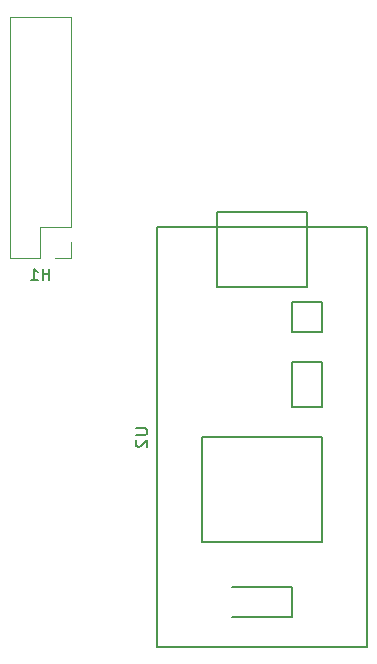
<source format=gbr>
G04 #@! TF.GenerationSoftware,KiCad,Pcbnew,(5.0.1)-3*
G04 #@! TF.CreationDate,2019-04-01T17:27:39+01:00*
G04 #@! TF.ProjectId,Fractional Clock divider PCB1 bottom board,4672616374696F6E616C20436C6F636B,rev?*
G04 #@! TF.SameCoordinates,Original*
G04 #@! TF.FileFunction,Legend,Bot*
G04 #@! TF.FilePolarity,Positive*
%FSLAX46Y46*%
G04 Gerber Fmt 4.6, Leading zero omitted, Abs format (unit mm)*
G04 Created by KiCad (PCBNEW (5.0.1)-3) date 01/04/2019 17:27:39*
%MOMM*%
%LPD*%
G01*
G04 APERTURE LIST*
%ADD10C,0.120000*%
%ADD11C,0.150000*%
G04 APERTURE END LIST*
D10*
G04 #@! TO.C,H1*
X62630000Y-36330000D02*
X65230000Y-36330000D01*
X62630000Y-36330000D02*
X62630000Y-15890000D01*
X62630000Y-15890000D02*
X67830000Y-15890000D01*
X67830000Y-33730000D02*
X67830000Y-15890000D01*
X65230000Y-33730000D02*
X67830000Y-33730000D01*
X65230000Y-36330000D02*
X65230000Y-33730000D01*
X67830000Y-36330000D02*
X67830000Y-35000000D01*
X66500000Y-36330000D02*
X67830000Y-36330000D01*
D11*
G04 #@! TO.C,U2*
X87810000Y-33720000D02*
X87810000Y-32450000D01*
X87810000Y-32450000D02*
X80190000Y-32450000D01*
X80190000Y-32450000D02*
X80190000Y-33720000D01*
X89080000Y-45150000D02*
X89080000Y-48960000D01*
X89080000Y-48960000D02*
X86540000Y-48960000D01*
X86540000Y-48960000D02*
X86540000Y-45150000D01*
X86540000Y-45150000D02*
X89080000Y-45150000D01*
X87810000Y-38800000D02*
X80190000Y-38800000D01*
X80190000Y-38800000D02*
X80190000Y-33720000D01*
X87810000Y-38800000D02*
X87810000Y-33720000D01*
X89080000Y-40070000D02*
X89080000Y-42610000D01*
X89080000Y-42610000D02*
X86540000Y-42610000D01*
X86540000Y-42610000D02*
X86540000Y-40070000D01*
X86540000Y-40070000D02*
X89080000Y-40070000D01*
X81460000Y-66740000D02*
X86540000Y-66740000D01*
X86540000Y-66740000D02*
X86540000Y-64200000D01*
X86540000Y-64200000D02*
X81460000Y-64200000D01*
X89080000Y-60390000D02*
X78920000Y-60390000D01*
X78920000Y-51500000D02*
X89080000Y-51500000D01*
X78920000Y-60390000D02*
X78920000Y-51500000D01*
X89080000Y-60390000D02*
X89080000Y-51500000D01*
X75110000Y-33720000D02*
X75110000Y-69280000D01*
X75110000Y-69280000D02*
X92890000Y-69280000D01*
X92890000Y-69280000D02*
X92890000Y-33720000D01*
X92890000Y-33720000D02*
X75110000Y-33720000D01*
G04 #@! TO.C,H1*
X65991904Y-38222380D02*
X65991904Y-37222380D01*
X65991904Y-37698571D02*
X65420476Y-37698571D01*
X65420476Y-38222380D02*
X65420476Y-37222380D01*
X64420476Y-38222380D02*
X64991904Y-38222380D01*
X64706190Y-38222380D02*
X64706190Y-37222380D01*
X64801428Y-37365238D01*
X64896666Y-37460476D01*
X64991904Y-37508095D01*
G04 #@! TO.C,U2*
X73292380Y-50738095D02*
X74101904Y-50738095D01*
X74197142Y-50785714D01*
X74244761Y-50833333D01*
X74292380Y-50928571D01*
X74292380Y-51119047D01*
X74244761Y-51214285D01*
X74197142Y-51261904D01*
X74101904Y-51309523D01*
X73292380Y-51309523D01*
X73387619Y-51738095D02*
X73340000Y-51785714D01*
X73292380Y-51880952D01*
X73292380Y-52119047D01*
X73340000Y-52214285D01*
X73387619Y-52261904D01*
X73482857Y-52309523D01*
X73578095Y-52309523D01*
X73720952Y-52261904D01*
X74292380Y-51690476D01*
X74292380Y-52309523D01*
G04 #@! TD*
M02*

</source>
